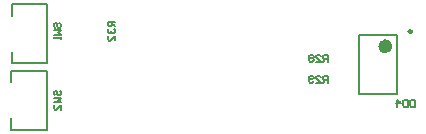
<source format=gbo>
G04*
G04 #@! TF.GenerationSoftware,Altium Limited,Altium Designer,20.2.7 (254)*
G04*
G04 Layer_Color=32896*
%FSLAX44Y44*%
%MOMM*%
G71*
G04*
G04 #@! TF.SameCoordinates,3F6D61D9-3C31-45EE-8EE8-91028D45584F*
G04*
G04*
G04 #@! TF.FilePolarity,Positive*
G04*
G01*
G75*
%ADD10C,0.2500*%
%ADD11C,0.6000*%
%ADD12C,0.2000*%
%ADD13C,0.1500*%
D10*
X346000Y164710D02*
G03*
X346000Y164710I-1250J0D01*
G01*
D11*
X326500Y152160D02*
G03*
X326500Y152160I-3000J0D01*
G01*
D12*
X301500Y112160D02*
X333500D01*
X301500Y162160D02*
X333500D01*
X301500Y112160D02*
Y162160D01*
X333500Y112160D02*
Y162160D01*
X6846Y121680D02*
Y131680D01*
X36846D01*
Y81680D02*
Y131680D01*
X6846Y81680D02*
X36846D01*
X6846D02*
Y91680D01*
X7066Y137800D02*
Y147800D01*
Y137800D02*
X37066D01*
Y187800D01*
X7066D02*
X37066D01*
X7066Y177800D02*
Y187800D01*
D13*
X43719Y110678D02*
X42719Y111678D01*
X42719Y113677D01*
X43718Y114677D01*
X44718Y114677D01*
X45718Y113678D01*
X45718Y111678D01*
X46718Y110679D01*
X47718Y110679D01*
X48717Y111679D01*
X48717Y113679D01*
X47717Y114678D01*
X42720Y108678D02*
X48718Y108680D01*
X46720Y106680D01*
X48720Y104682D01*
X42722Y104680D01*
X48721Y98684D02*
X48720Y102682D01*
X44723Y98682D01*
X43723Y98682D01*
X42723Y99681D01*
X42723Y101681D01*
X43722Y102681D01*
X43679Y168071D02*
X42666Y169057D01*
X42638Y171056D01*
X43624Y172069D01*
X44623Y172083D01*
X45637Y171098D01*
X45665Y169098D01*
X46678Y168113D01*
X47678Y168126D01*
X48663Y169140D01*
X48636Y171139D01*
X47622Y172125D01*
X42707Y166058D02*
X48705Y166141D01*
X46733Y164114D01*
X48760Y162143D01*
X42763Y162060D01*
X48788Y160144D02*
X48816Y158144D01*
X48802Y159144D01*
X42804Y159061D01*
X43790Y160074D01*
X94342Y173133D02*
X88344Y173060D01*
X88380Y170061D01*
X89392Y169074D01*
X91391Y169098D01*
X92379Y170110D01*
X92342Y173109D01*
X92367Y171110D02*
X94390Y169135D01*
X89417Y167075D02*
X88429Y166063D01*
X88453Y164064D01*
X89465Y163076D01*
X90465Y163089D01*
X91452Y164100D01*
X91440Y165100D01*
X91452Y164100D01*
X92464Y163113D01*
X93463Y163125D01*
X94451Y164137D01*
X94427Y166136D01*
X93415Y167123D01*
X94536Y157140D02*
X94487Y161138D01*
X90538Y157091D01*
X89538Y157079D01*
X88526Y158066D01*
X88502Y160065D01*
X89489Y161077D01*
X274697Y121461D02*
Y127459D01*
X271698D01*
X270699Y126459D01*
Y124460D01*
X271698Y123460D01*
X274697D01*
X272698D02*
X270699Y121461D01*
X264701D02*
X268699D01*
X264701Y125460D01*
Y126459D01*
X265700Y127459D01*
X267700D01*
X268699Y126459D01*
X262701Y122461D02*
X261702Y121461D01*
X259702D01*
X258703Y122461D01*
Y126459D01*
X259702Y127459D01*
X261702D01*
X262701Y126459D01*
Y125460D01*
X261702Y124460D01*
X258703D01*
X274697Y139241D02*
Y145239D01*
X271698D01*
X270699Y144239D01*
Y142240D01*
X271698Y141240D01*
X274697D01*
X272698D02*
X270699Y139241D01*
X264701D02*
X268699D01*
X264701Y143240D01*
Y144239D01*
X265700Y145239D01*
X267700D01*
X268699Y144239D01*
X262701D02*
X261702Y145239D01*
X259702D01*
X258703Y144239D01*
Y143240D01*
X259702Y142240D01*
X258703Y141240D01*
Y140241D01*
X259702Y139241D01*
X261702D01*
X262701Y140241D01*
Y141240D01*
X261702Y142240D01*
X262701Y143240D01*
Y144239D01*
X261702Y142240D02*
X259702D01*
X348357Y107139D02*
Y101141D01*
X345358D01*
X344359Y102141D01*
Y106139D01*
X345358Y107139D01*
X348357D01*
X342359D02*
Y101141D01*
X339360D01*
X338361Y102141D01*
Y106139D01*
X339360Y107139D01*
X342359D01*
X333362Y101141D02*
Y107139D01*
X336361Y104140D01*
X332363D01*
M02*

</source>
